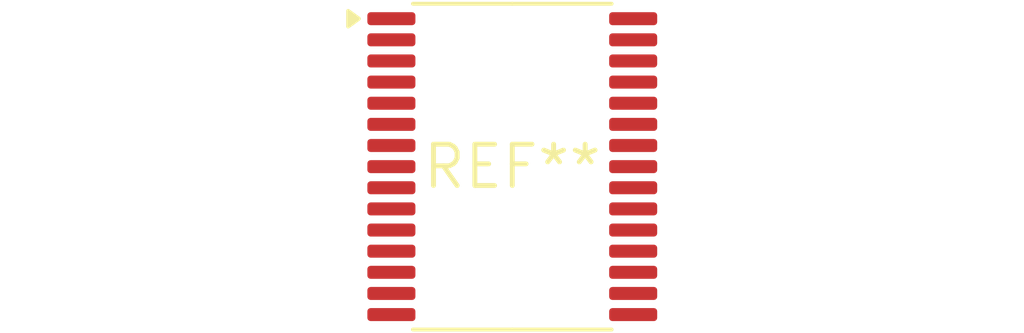
<source format=kicad_pcb>
(kicad_pcb (version 20240108) (generator pcbnew)
  (layers (0 "F.Cu" signal) (31 "B.Cu" signal) (34 "B.Paste" user) (35 "F.Paste" user) (36 "B.SilkS" user "B.Silkscreen") (37 "F.SilkS" user "F.Silkscreen") (38 "B.Mask" user) (39 "F.Mask" user) (44 "Edge.Cuts" user))
  (net 0 "")
  (footprint "TSSOP-30_6.1x9.7mm_P0.65mm" (layer "F.Cu") (at 0 0)
    (property "Reference" "REF**")
    (property "Value" "TSSOP-30_6.1x9.7mm_P0.65mm")
    (fp_line (start 0 -5.01) (end -3.05 -5.01) (layer "F.SilkS") (stroke (width 0.12)))
    (fp_line (start 0 -5.01) (end 3.05 -5.01) (layer "F.SilkS") (stroke (width 0.12)))
    (fp_line (start 0 5.01) (end -3.05 5.01) (layer "F.SilkS") (stroke (width 0.12)))
    (fp_line (start 0 5.01) (end 3.05 5.01) (layer "F.SilkS") (stroke (width 0.12)))
    (fp_poly (pts (xy -4.71 -4.55) (xy -5.04 -4.79) (xy -5.04 -4.31) (xy -4.71 -4.55)) (layer "F.SilkS") (stroke (width 0.12)) (fill solid))
    (pad "1" smd roundrect (at -3.7125 -4.55) (size 1.475 0.4) (layers "F.Cu" "F.Paste" "F.Mask"))
    (pad "2" smd roundrect (at -3.7125 -3.9) (size 1.475 0.4) (layers "F.Cu" "F.Paste" "F.Mask"))
    (pad "3" smd roundrect (at -3.7125 -3.25) (size 1.475 0.4) (layers "F.Cu" "F.Paste" "F.Mask"))
    (pad "4" smd roundrect (at -3.7125 -2.6) (size 1.475 0.4) (layers "F.Cu" "F.Paste" "F.Mask"))
    (pad "5" smd roundrect (at -3.7125 -1.95) (size 1.475 0.4) (layers "F.Cu" "F.Paste" "F.Mask"))
    (pad "6" smd roundrect (at -3.7125 -1.3) (size 1.475 0.4) (layers "F.Cu" "F.Paste" "F.Mask"))
    (pad "7" smd roundrect (at -3.7125 -0.65) (size 1.475 0.4) (layers "F.Cu" "F.Paste" "F.Mask"))
    (pad "8" smd roundrect (at -3.7125 0) (size 1.475 0.4) (layers "F.Cu" "F.Paste" "F.Mask"))
    (pad "9" smd roundrect (at -3.7125 0.65) (size 1.475 0.4) (layers "F.Cu" "F.Paste" "F.Mask"))
    (pad "10" smd roundrect (at -3.7125 1.3) (size 1.475 0.4) (layers "F.Cu" "F.Paste" "F.Mask"))
    (pad "11" smd roundrect (at -3.7125 1.95) (size 1.475 0.4) (layers "F.Cu" "F.Paste" "F.Mask"))
    (pad "12" smd roundrect (at -3.7125 2.6) (size 1.475 0.4) (layers "F.Cu" "F.Paste" "F.Mask"))
    (pad "13" smd roundrect (at -3.7125 3.25) (size 1.475 0.4) (layers "F.Cu" "F.Paste" "F.Mask"))
    (pad "14" smd roundrect (at -3.7125 3.9) (size 1.475 0.4) (layers "F.Cu" "F.Paste" "F.Mask"))
    (pad "15" smd roundrect (at -3.7125 4.55) (size 1.475 0.4) (layers "F.Cu" "F.Paste" "F.Mask"))
    (pad "16" smd roundrect (at 3.7125 4.55) (size 1.475 0.4) (layers "F.Cu" "F.Paste" "F.Mask"))
    (pad "17" smd roundrect (at 3.7125 3.9) (size 1.475 0.4) (layers "F.Cu" "F.Paste" "F.Mask"))
    (pad "18" smd roundrect (at 3.7125 3.25) (size 1.475 0.4) (layers "F.Cu" "F.Paste" "F.Mask"))
    (pad "19" smd roundrect (at 3.7125 2.6) (size 1.475 0.4) (layers "F.Cu" "F.Paste" "F.Mask"))
    (pad "20" smd roundrect (at 3.7125 1.95) (size 1.475 0.4) (layers "F.Cu" "F.Paste" "F.Mask"))
    (pad "21" smd roundrect (at 3.7125 1.3) (size 1.475 0.4) (layers "F.Cu" "F.Paste" "F.Mask"))
    (pad "22" smd roundrect (at 3.7125 0.65) (size 1.475 0.4) (layers "F.Cu" "F.Paste" "F.Mask"))
    (pad "23" smd roundrect (at 3.7125 0) (size 1.475 0.4) (layers "F.Cu" "F.Paste" "F.Mask"))
    (pad "24" smd roundrect (at 3.7125 -0.65) (size 1.475 0.4) (layers "F.Cu" "F.Paste" "F.Mask"))
    (pad "25" smd roundrect (at 3.7125 -1.3) (size 1.475 0.4) (layers "F.Cu" "F.Paste" "F.Mask"))
    (pad "26" smd roundrect (at 3.7125 -1.95) (size 1.475 0.4) (layers "F.Cu" "F.Paste" "F.Mask"))
    (pad "27" smd roundrect (at 3.7125 -2.6) (size 1.475 0.4) (layers "F.Cu" "F.Paste" "F.Mask"))
    (pad "28" smd roundrect (at 3.7125 -3.25) (size 1.475 0.4) (layers "F.Cu" "F.Paste" "F.Mask"))
    (pad "29" smd roundrect (at 3.7125 -3.9) (size 1.475 0.4) (layers "F.Cu" "F.Paste" "F.Mask"))
    (pad "30" smd roundrect (at 3.7125 -4.55) (size 1.475 0.4) (layers "F.Cu" "F.Paste" "F.Mask"))
  )
)
</source>
